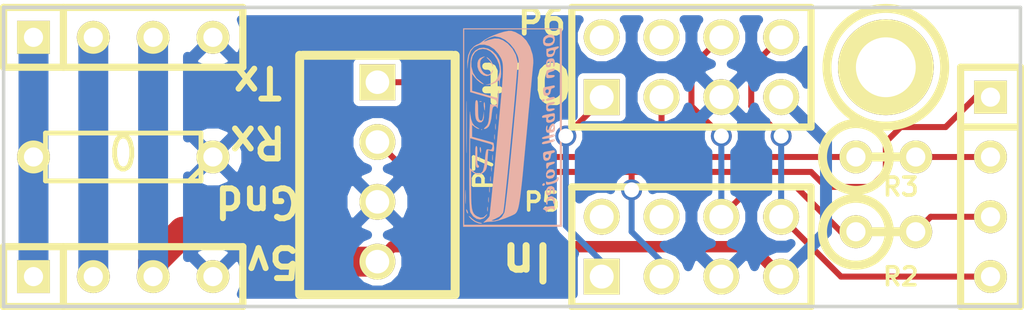
<source format=kicad_pcb>
(kicad_pcb (version 3) (host pcbnew "(2013-07-07 BZR 4022)-stable")

  (general
    (links 23)
    (no_connects 0)
    (area 159.613599 169.773599 203.606401 183.286401)
    (thickness 1.6)
    (drawings 10)
    (tracks 62)
    (zones 0)
    (modules 11)
    (nets 12)
  )

  (page A3)
  (layers
    (15 F.Cu signal)
    (0 B.Cu signal)
    (16 B.Adhes user)
    (17 F.Adhes user)
    (18 B.Paste user)
    (19 F.Paste user)
    (20 B.SilkS user)
    (21 F.SilkS user)
    (22 B.Mask user)
    (23 F.Mask user)
    (24 Dwgs.User user)
    (25 Cmts.User user)
    (26 Eco1.User user)
    (27 Eco2.User user)
    (28 Edge.Cuts user)
  )

  (setup
    (last_trace_width 0.254)
    (user_trace_width 0.4826)
    (user_trace_width 1.27)
    (trace_clearance 0.254)
    (zone_clearance 0.254)
    (zone_45_only no)
    (trace_min 0.254)
    (segment_width 0.2)
    (edge_width 0.15)
    (via_size 0.889)
    (via_drill 0.635)
    (via_min_size 0.889)
    (via_min_drill 0.508)
    (uvia_size 0.508)
    (uvia_drill 0.127)
    (uvias_allowed no)
    (uvia_min_size 0.508)
    (uvia_min_drill 0.127)
    (pcb_text_width 0.3)
    (pcb_text_size 1.5 1.5)
    (mod_edge_width 0.15)
    (mod_text_size 1.5 1.5)
    (mod_text_width 0.15)
    (pad_size 1.4 1.4)
    (pad_drill 0.6)
    (pad_to_mask_clearance 0.2)
    (aux_axis_origin 0 0)
    (visible_elements 7FFFFFFF)
    (pcbplotparams
      (layerselection 3178497)
      (usegerberextensions true)
      (excludeedgelayer true)
      (linewidth 0.150000)
      (plotframeref false)
      (viasonmask false)
      (mode 1)
      (useauxorigin false)
      (hpglpennumber 1)
      (hpglpenspeed 20)
      (hpglpendiameter 15)
      (hpglpenoverlay 2)
      (psnegative false)
      (psa4output false)
      (plotreference true)
      (plotvalue true)
      (plotothertext true)
      (plotinvisibletext false)
      (padsonsilk false)
      (subtractmaskfromsilk false)
      (outputformat 1)
      (mirror false)
      (drillshape 1)
      (scaleselection 1)
      (outputdirectory ""))
  )

  (net 0 "")
  (net 1 +12V1)
  (net 2 +5V)
  (net 3 /FUTURE)
  (net 4 /P0)
  (net 5 /P1)
  (net 6 /P2)
  (net 7 GND)
  (net 8 GNDPWR)
  (net 9 N-000005)
  (net 10 N-000006)
  (net 11 N-000009)

  (net_class Default "This is the default net class."
    (clearance 0.254)
    (trace_width 0.254)
    (via_dia 0.889)
    (via_drill 0.635)
    (uvia_dia 0.508)
    (uvia_drill 0.127)
    (add_net "")
    (add_net +12V1)
    (add_net +5V)
    (add_net /FUTURE)
    (add_net /P0)
    (add_net /P1)
    (add_net /P2)
    (add_net GND)
    (add_net GNDPWR)
    (add_net N-000005)
    (add_net N-000006)
    (add_net N-000009)
  )

  (module SIL-4 (layer F.Cu) (tedit 55B75B26) (tstamp 55B580A8)
    (at 165.1 181.61)
    (descr "Connecteur 4 pibs")
    (tags "CONN DEV")
    (path /55B16234)
    (fp_text reference P2 (at 0 0) (layer F.SilkS) hide
      (effects (font (size 0.762 0.762) (thickness 0.1524)))
    )
    (fp_text value CONN_4 (at 0.635 0) (layer F.SilkS) hide
      (effects (font (size 1.524 1.016) (thickness 0.3048)))
    )
    (fp_line (start -5.08 -1.27) (end -5.08 -1.27) (layer F.SilkS) (width 0.3048))
    (fp_line (start -5.08 1.27) (end -5.08 -1.27) (layer F.SilkS) (width 0.3048))
    (fp_line (start -5.08 -1.27) (end -5.08 -1.27) (layer F.SilkS) (width 0.3048))
    (fp_line (start -5.08 -1.27) (end 5.08 -1.27) (layer F.SilkS) (width 0.3048))
    (fp_line (start 5.08 -1.27) (end 5.08 1.27) (layer F.SilkS) (width 0.3048))
    (fp_line (start 5.08 1.27) (end -5.08 1.27) (layer F.SilkS) (width 0.3048))
    (fp_line (start -2.54 1.27) (end -2.54 -1.27) (layer F.SilkS) (width 0.3048))
    (pad 1 thru_hole rect (at -3.81 0) (size 1.397 1.397) (drill 0.8128)
      (layers *.Cu *.Mask F.SilkS)
      (net 8 GNDPWR)
    )
    (pad 2 thru_hole circle (at -1.27 0) (size 1.397 1.397) (drill 0.8128)
      (layers *.Cu *.Mask F.SilkS)
      (net 1 +12V1)
    )
    (pad 3 thru_hole circle (at 1.27 0) (size 1.397 1.397) (drill 0.8128)
      (layers *.Cu *.Mask F.SilkS)
      (net 2 +5V)
    )
    (pad 4 thru_hole circle (at 3.81 0) (size 1.397 1.397) (drill 0.8128)
      (layers *.Cu *.Mask F.SilkS)
      (net 7 GND)
    )
  )

  (module SIL-4 (layer F.Cu) (tedit 55B75B2B) (tstamp 55B5819F)
    (at 165.1 171.45)
    (descr "Connecteur 4 pibs")
    (tags "CONN DEV")
    (path /55B1623E)
    (fp_text reference P3 (at 0 0) (layer F.SilkS) hide
      (effects (font (size 0.762 0.762) (thickness 0.1524)))
    )
    (fp_text value CONN_4 (at 0 0) (layer F.SilkS) hide
      (effects (font (size 1.524 1.016) (thickness 0.3048)))
    )
    (fp_line (start -5.08 -1.27) (end -5.08 -1.27) (layer F.SilkS) (width 0.3048))
    (fp_line (start -5.08 1.27) (end -5.08 -1.27) (layer F.SilkS) (width 0.3048))
    (fp_line (start -5.08 -1.27) (end -5.08 -1.27) (layer F.SilkS) (width 0.3048))
    (fp_line (start -5.08 -1.27) (end 5.08 -1.27) (layer F.SilkS) (width 0.3048))
    (fp_line (start 5.08 -1.27) (end 5.08 1.27) (layer F.SilkS) (width 0.3048))
    (fp_line (start 5.08 1.27) (end -5.08 1.27) (layer F.SilkS) (width 0.3048))
    (fp_line (start -2.54 1.27) (end -2.54 -1.27) (layer F.SilkS) (width 0.3048))
    (pad 1 thru_hole rect (at -3.81 0) (size 1.397 1.397) (drill 0.8128)
      (layers *.Cu *.Mask F.SilkS)
      (net 8 GNDPWR)
    )
    (pad 2 thru_hole circle (at -1.27 0) (size 1.397 1.397) (drill 0.8128)
      (layers *.Cu *.Mask F.SilkS)
      (net 1 +12V1)
    )
    (pad 3 thru_hole circle (at 1.27 0) (size 1.397 1.397) (drill 0.8128)
      (layers *.Cu *.Mask F.SilkS)
      (net 2 +5V)
    )
    (pad 4 thru_hole circle (at 3.81 0) (size 1.397 1.397) (drill 0.8128)
      (layers *.Cu *.Mask F.SilkS)
      (net 7 GND)
    )
  )

  (module SIL-4 (layer F.Cu) (tedit 55B75A8E) (tstamp 55B58795)
    (at 201.93 177.8 270)
    (descr "Connecteur 4 pibs")
    (tags "CONN DEV")
    (path /55B54C71)
    (fp_text reference P4 (at 0 0 270) (layer F.SilkS) hide
      (effects (font (size 1.73482 1.08712) (thickness 0.27178)))
    )
    (fp_text value CONN_4 (at 0 0 270) (layer F.SilkS) hide
      (effects (font (size 1.524 1.016) (thickness 0.3048)))
    )
    (fp_line (start -5.08 -1.27) (end -5.08 -1.27) (layer F.SilkS) (width 0.3048))
    (fp_line (start -5.08 1.27) (end -5.08 -1.27) (layer F.SilkS) (width 0.3048))
    (fp_line (start -5.08 -1.27) (end -5.08 -1.27) (layer F.SilkS) (width 0.3048))
    (fp_line (start -5.08 -1.27) (end 5.08 -1.27) (layer F.SilkS) (width 0.3048))
    (fp_line (start 5.08 -1.27) (end 5.08 1.27) (layer F.SilkS) (width 0.3048))
    (fp_line (start 5.08 1.27) (end -5.08 1.27) (layer F.SilkS) (width 0.3048))
    (fp_line (start -2.54 1.27) (end -2.54 -1.27) (layer F.SilkS) (width 0.3048))
    (pad 1 thru_hole rect (at -3.81 0 270) (size 1.397 1.397) (drill 0.8128)
      (layers *.Cu *.Mask F.SilkS)
      (net 4 /P0)
    )
    (pad 2 thru_hole circle (at -1.27 0 270) (size 1.397 1.397) (drill 0.8128)
      (layers *.Cu *.Mask F.SilkS)
      (net 5 /P1)
    )
    (pad 3 thru_hole circle (at 1.27 0 270) (size 1.397 1.397) (drill 0.8128)
      (layers *.Cu *.Mask F.SilkS)
      (net 6 /P2)
    )
    (pad 4 thru_hole circle (at 3.81 0 270) (size 1.397 1.397) (drill 0.8128)
      (layers *.Cu *.Mask F.SilkS)
      (net 3 /FUTURE)
    )
  )

  (module R3 (layer F.Cu) (tedit 55B77336) (tstamp 55B580D4)
    (at 165.1 176.53 180)
    (descr "Resitance 3 pas")
    (tags R)
    (path /55B1880D)
    (autoplace_cost180 10)
    (fp_text reference R1 (at 0 0.127 180) (layer F.SilkS) hide
      (effects (font (size 1.397 1.27) (thickness 0.2032)))
    )
    (fp_text value 0 (at 0 0.127 180) (layer F.SilkS)
      (effects (font (size 1.397 1.27) (thickness 0.2032)))
    )
    (fp_line (start -3.81 0) (end -3.302 0) (layer F.SilkS) (width 0.2032))
    (fp_line (start 3.81 0) (end 3.302 0) (layer F.SilkS) (width 0.2032))
    (fp_line (start 3.302 0) (end 3.302 -1.016) (layer F.SilkS) (width 0.2032))
    (fp_line (start 3.302 -1.016) (end -3.302 -1.016) (layer F.SilkS) (width 0.2032))
    (fp_line (start -3.302 -1.016) (end -3.302 1.016) (layer F.SilkS) (width 0.2032))
    (fp_line (start -3.302 1.016) (end 3.302 1.016) (layer F.SilkS) (width 0.2032))
    (fp_line (start 3.302 1.016) (end 3.302 0) (layer F.SilkS) (width 0.2032))
    (fp_line (start -3.302 -0.508) (end -2.794 -1.016) (layer F.SilkS) (width 0.2032))
    (pad 1 thru_hole circle (at -3.81 0 180) (size 1.397 1.397) (drill 0.8128)
      (layers *.Cu *.Mask F.SilkS)
      (net 7 GND)
    )
    (pad 2 thru_hole circle (at 3.81 0 180) (size 1.397 1.397) (drill 0.8128)
      (layers *.Cu *.Mask F.SilkS)
      (net 8 GNDPWR)
    )
    (model discret/resistor.wrl
      (at (xyz 0 0 0))
      (scale (xyz 0.3 0.3 0.3))
      (rotate (xyz 0 0 0))
    )
  )

  (module R1 (layer F.Cu) (tedit 55B75B48) (tstamp 55B580DC)
    (at 197.485 176.53)
    (descr "Resistance verticale")
    (tags R)
    (path /55B57FF4)
    (autoplace_cost90 10)
    (autoplace_cost180 10)
    (fp_text reference R3 (at 0.635 1.27) (layer F.SilkS)
      (effects (font (size 0.762 0.762) (thickness 0.1524)))
    )
    (fp_text value 480 (at 0 0) (layer F.SilkS) hide
      (effects (font (size 1.397 1.27) (thickness 0.2032)))
    )
    (fp_line (start -1.27 0) (end 1.27 0) (layer F.SilkS) (width 0.381))
    (fp_circle (center -1.27 0) (end -0.635 1.27) (layer F.SilkS) (width 0.381))
    (pad 1 thru_hole circle (at -1.27 0) (size 1.397 1.397) (drill 0.8128)
      (layers *.Cu *.Mask F.SilkS)
      (net 11 N-000009)
    )
    (pad 2 thru_hole circle (at 1.27 0) (size 1.397 1.397) (drill 0.8128)
      (layers *.Cu *.Mask F.SilkS)
      (net 5 /P1)
    )
    (model discret/verti_resistor.wrl
      (at (xyz 0 0 0))
      (scale (xyz 1 1 1))
      (rotate (xyz 0 0 0))
    )
  )

  (module R1 (layer F.Cu) (tedit 55B75B39) (tstamp 55B580E4)
    (at 197.485 179.705)
    (descr "Resistance verticale")
    (tags R)
    (path /55B58106)
    (autoplace_cost90 10)
    (autoplace_cost180 10)
    (fp_text reference R2 (at 0.635 1.905) (layer F.SilkS)
      (effects (font (size 0.762 0.762) (thickness 0.1524)))
    )
    (fp_text value 480 (at 0 0) (layer F.SilkS) hide
      (effects (font (size 1.397 1.27) (thickness 0.2032)))
    )
    (fp_line (start -1.27 0) (end 1.27 0) (layer F.SilkS) (width 0.381))
    (fp_circle (center -1.27 0) (end -0.635 1.27) (layer F.SilkS) (width 0.381))
    (pad 1 thru_hole circle (at -1.27 0) (size 1.397 1.397) (drill 0.8128)
      (layers *.Cu *.Mask F.SilkS)
      (net 9 N-000005)
    )
    (pad 2 thru_hole circle (at 1.27 0) (size 1.397 1.397) (drill 0.8128)
      (layers *.Cu *.Mask F.SilkS)
      (net 6 /P2)
    )
    (model discret/verti_resistor.wrl
      (at (xyz 0 0 0))
      (scale (xyz 1 1 1))
      (rotate (xyz 0 0 0))
    )
  )

  (module pin_array_4x2 (layer F.Cu) (tedit 55B75A93) (tstamp 55B580F4)
    (at 189.23 180.34)
    (descr "Double rangee de contacts 2 x 4 pins")
    (tags CONN)
    (path /55B57AA8)
    (fp_text reference P5 (at -6.35 -1.905) (layer F.SilkS)
      (effects (font (size 0.762 0.762) (thickness 0.1524)))
    )
    (fp_text value CONN_4X2 (at 0.635 0) (layer F.SilkS) hide
      (effects (font (size 1.016 1.016) (thickness 0.2032)))
    )
    (fp_line (start -5.08 -2.54) (end 5.08 -2.54) (layer F.SilkS) (width 0.3048))
    (fp_line (start 5.08 -2.54) (end 5.08 2.54) (layer F.SilkS) (width 0.3048))
    (fp_line (start 5.08 2.54) (end -5.08 2.54) (layer F.SilkS) (width 0.3048))
    (fp_line (start -5.08 2.54) (end -5.08 -2.54) (layer F.SilkS) (width 0.3048))
    (pad 1 thru_hole rect (at -3.81 1.27) (size 1.524 1.524) (drill 1.016)
      (layers *.Cu *.Mask F.SilkS)
      (net 10 N-000006)
    )
    (pad 2 thru_hole circle (at -3.81 -1.27) (size 1.524 1.524) (drill 1.016)
      (layers *.Cu *.Mask F.SilkS)
    )
    (pad 3 thru_hole circle (at -1.27 1.27) (size 1.524 1.524) (drill 1.016)
      (layers *.Cu *.Mask F.SilkS)
      (net 4 /P0)
    )
    (pad 4 thru_hole circle (at -1.27 -1.27) (size 1.524 1.524) (drill 1.016)
      (layers *.Cu *.Mask F.SilkS)
    )
    (pad 5 thru_hole circle (at 1.27 1.27) (size 1.524 1.524) (drill 1.016)
      (layers *.Cu *.Mask F.SilkS)
      (net 7 GND)
    )
    (pad 6 thru_hole circle (at 1.27 -1.27) (size 1.524 1.524) (drill 1.016)
      (layers *.Cu *.Mask F.SilkS)
      (net 9 N-000005)
    )
    (pad 7 thru_hole circle (at 3.81 1.27) (size 1.524 1.524) (drill 1.016)
      (layers *.Cu *.Mask F.SilkS)
      (net 2 +5V)
    )
    (pad 8 thru_hole circle (at 3.81 -1.27) (size 1.524 1.524) (drill 1.016)
      (layers *.Cu *.Mask F.SilkS)
      (net 3 /FUTURE)
    )
    (model pin_array/pins_array_4x2.wrl
      (at (xyz 0 0 0))
      (scale (xyz 1 1 1))
      (rotate (xyz 0 0 0))
    )
  )

  (module pin_array_4x2 (layer F.Cu) (tedit 55B587E4) (tstamp 55B58104)
    (at 189.23 172.72)
    (descr "Double rangee de contacts 2 x 4 pins")
    (tags CONN)
    (path /55B57AB5)
    (fp_text reference P6 (at -6.35 -1.905) (layer F.SilkS)
      (effects (font (size 1.016 1.016) (thickness 0.2032)))
    )
    (fp_text value CONN_4X2 (at 0 3.81) (layer F.SilkS) hide
      (effects (font (size 1.016 1.016) (thickness 0.2032)))
    )
    (fp_line (start -5.08 -2.54) (end 5.08 -2.54) (layer F.SilkS) (width 0.3048))
    (fp_line (start 5.08 -2.54) (end 5.08 2.54) (layer F.SilkS) (width 0.3048))
    (fp_line (start 5.08 2.54) (end -5.08 2.54) (layer F.SilkS) (width 0.3048))
    (fp_line (start -5.08 2.54) (end -5.08 -2.54) (layer F.SilkS) (width 0.3048))
    (pad 1 thru_hole rect (at -3.81 1.27) (size 1.524 1.524) (drill 1.016)
      (layers *.Cu *.Mask F.SilkS)
      (net 10 N-000006)
    )
    (pad 2 thru_hole circle (at -3.81 -1.27) (size 1.524 1.524) (drill 1.016)
      (layers *.Cu *.Mask F.SilkS)
    )
    (pad 3 thru_hole circle (at -1.27 1.27) (size 1.524 1.524) (drill 1.016)
      (layers *.Cu *.Mask F.SilkS)
      (net 11 N-000009)
    )
    (pad 4 thru_hole circle (at -1.27 -1.27) (size 1.524 1.524) (drill 1.016)
      (layers *.Cu *.Mask F.SilkS)
    )
    (pad 5 thru_hole circle (at 1.27 1.27) (size 1.524 1.524) (drill 1.016)
      (layers *.Cu *.Mask F.SilkS)
      (net 7 GND)
    )
    (pad 6 thru_hole circle (at 1.27 -1.27) (size 1.524 1.524) (drill 1.016)
      (layers *.Cu *.Mask F.SilkS)
      (net 9 N-000005)
    )
    (pad 7 thru_hole circle (at 3.81 1.27) (size 1.524 1.524) (drill 1.016)
      (layers *.Cu *.Mask F.SilkS)
      (net 2 +5V)
    )
    (pad 8 thru_hole circle (at 3.81 -1.27) (size 1.524 1.524) (drill 1.016)
      (layers *.Cu *.Mask F.SilkS)
      (net 3 /FUTURE)
    )
    (model pin_array/pins_array_4x2.wrl
      (at (xyz 0 0 0))
      (scale (xyz 1 1 1))
      (rotate (xyz 0 0 0))
    )
  )

  (module 00_th1x4x100-lock (layer F.Cu) (tedit 55B587B4) (tstamp 55B58110)
    (at 175.895 177.165 270)
    (path /55B5821F)
    (fp_text reference P7 (at 0 -4.50088 270) (layer F.SilkS)
      (effects (font (size 0.762 0.762) (thickness 0.1524)))
    )
    (fp_text value CONN_4 (at 0 2.54 270) (layer F.SilkS) hide
      (effects (font (size 1.524 1.524) (thickness 0.3048)))
    )
    (fp_line (start -4.953 3.302) (end 5.207 3.302) (layer F.SilkS) (width 0.381))
    (fp_line (start -4.953 -3.302) (end 5.207 -3.302) (layer F.SilkS) (width 0.381))
    (fp_line (start 5.207 -3.175) (end 5.207 3.175) (layer F.SilkS) (width 0.381))
    (fp_line (start -4.953 3.175) (end -4.953 -3.175) (layer F.SilkS) (width 0.381))
    (pad 1 thru_hole rect (at -3.81 0 270) (size 1.524 1.524) (drill 1.00076)
      (layers *.Cu *.Mask F.SilkS)
      (net 11 N-000009)
    )
    (pad 2 thru_hole circle (at -1.27 0 270) (size 1.524 1.524) (drill 1.00076)
      (layers *.Cu *.Mask F.SilkS)
      (net 4 /P0)
    )
    (pad 3 thru_hole circle (at 1.27 0 270) (size 1.524 1.524) (drill 1.00076)
      (layers *.Cu *.Mask F.SilkS)
      (net 7 GND)
    )
    (pad 4 thru_hole circle (at 3.81 0 270) (size 1.524 1.524) (drill 1.00076)
      (layers *.Cu *.Mask F.SilkS)
      (net 2 +5V)
    )
  )

  (module 00_mtg_hole-2-56 (layer F.Cu) (tedit 55B75B3E) (tstamp 55B58116)
    (at 197.485 172.72 180)
    (descr "module 1 pin (ou trou mecanique de percage)")
    (tags DEV)
    (path /55B18CB8)
    (fp_text reference P1 (at 0 -3.81 180) (layer F.SilkS) hide
      (effects (font (size 1.016 1.016) (thickness 0.254)))
    )
    (fp_text value TST (at 0 0 180) (layer F.SilkS) hide
      (effects (font (size 1.016 1.016) (thickness 0.254)))
    )
    (fp_circle (center 0 0) (end -2.49936 0) (layer F.SilkS) (width 0.381))
    (pad 1 thru_hole circle (at 0 0 180) (size 4.064 4.064) (drill 2.54)
      (layers *.Cu *.Mask F.SilkS)
    )
  )

  (module opp_logo_backsilk (layer F.Cu) (tedit 0) (tstamp 55B82FBA)
    (at 181.61 175.26 90)
    (fp_text reference VAL (at 0 0 90) (layer F.SilkS) hide
      (effects (font (size 0.381 0.381) (thickness 0.127)))
    )
    (fp_text value REF (at 0 0 90) (layer F.SilkS) hide
      (effects (font (size 0.381 0.381) (thickness 0.127)))
    )
    (fp_poly (pts (xy -4.23418 2.11836) (xy -4.15036 2.11836) (xy -4.15036 2.032) (xy -4.15036 0)
      (xy -4.15036 -2.032) (xy 0 -2.032) (xy 4.15036 -2.032) (xy 4.15036 0)
      (xy 4.15036 2.032) (xy 0 2.032) (xy -4.15036 2.032) (xy -4.15036 2.11836)
      (xy -0.02286 2.11836) (xy 4.191 2.11836) (xy 4.191 0.02286) (xy 4.191 -2.07518)
      (xy -0.02286 -2.07518) (xy -4.23418 -2.07518) (xy -4.23418 0.02286) (xy -4.23418 2.11836)
      (xy -4.23418 2.11836)) (layer B.SilkS) (width 0.00254))
    (fp_poly (pts (xy 2.9718 1.55448) (xy 2.9845 1.69164) (xy 3.05816 1.78562) (xy 3.09118 1.79578)
      (xy 3.09118 1.62306) (xy 3.10642 1.55194) (xy 3.1496 1.524) (xy 3.21564 1.5621)
      (xy 3.25374 1.65862) (xy 3.26136 1.71958) (xy 3.2512 1.77038) (xy 3.21056 1.77038)
      (xy 3.15722 1.7526) (xy 3.10896 1.7018) (xy 3.09118 1.62306) (xy 3.09118 1.79578)
      (xy 3.17246 1.82118) (xy 3.27406 1.84404) (xy 3.3147 1.905) (xy 3.35026 1.96596)
      (xy 3.39598 1.9939) (xy 3.42646 1.97612) (xy 3.429 1.95834) (xy 3.41884 1.90246)
      (xy 3.39344 1.79324) (xy 3.37312 1.69418) (xy 3.31724 1.4605) (xy 3.15214 1.4605)
      (xy 3.04038 1.46812) (xy 2.98704 1.50114) (xy 2.9718 1.55448) (xy 2.9718 1.55448)) (layer B.SilkS) (width 0.00254))
    (fp_poly (pts (xy -2.4511 1.4859) (xy -2.4384 1.57988) (xy -2.43586 1.6002) (xy -2.37998 1.80848)
      (xy -2.2987 1.93802) (xy -2.21234 1.98374) (xy -2.13868 1.97866) (xy -2.11836 1.9558)
      (xy -2.15138 1.91262) (xy -2.19202 1.89484) (xy -2.24536 1.84912) (xy -2.29362 1.7526)
      (xy -2.32664 1.64084) (xy -2.33934 1.5367) (xy -2.32156 1.4732) (xy -2.3114 1.46558)
      (xy -2.3114 1.45034) (xy -2.36474 1.44272) (xy -2.42824 1.4478) (xy -2.4511 1.4859)
      (xy -2.4511 1.4859)) (layer B.SilkS) (width 0.00254))
    (fp_poly (pts (xy 3.43662 1.4605) (xy 3.43916 1.59004) (xy 3.48996 1.71704) (xy 3.49504 1.7272)
      (xy 3.556 1.77292) (xy 3.556 1.54432) (xy 3.5687 1.44018) (xy 3.6068 1.40208)
      (xy 3.6322 1.397) (xy 3.74142 1.4351) (xy 3.80238 1.53416) (xy 3.81 1.61544)
      (xy 3.7846 1.71958) (xy 3.71348 1.75514) (xy 3.62966 1.72974) (xy 3.57124 1.651)
      (xy 3.556 1.54432) (xy 3.556 1.77292) (xy 3.58648 1.79578) (xy 3.71348 1.82372)
      (xy 3.83286 1.8034) (xy 3.8862 1.77038) (xy 3.92938 1.6764) (xy 3.92176 1.5494)
      (xy 3.87096 1.42748) (xy 3.79476 1.3462) (xy 3.6957 1.31572) (xy 3.57886 1.3208)
      (xy 3.48742 1.3589) (xy 3.4798 1.36398) (xy 3.43662 1.4605) (xy 3.43662 1.4605)) (layer B.SilkS) (width 0.00254))
    (fp_poly (pts (xy 2.54 1.54432) (xy 2.5527 1.62052) (xy 2.60858 1.64846) (xy 2.62636 1.64846)
      (xy 2.62636 1.54178) (xy 2.65684 1.49098) (xy 2.69494 1.49098) (xy 2.76606 1.52654)
      (xy 2.7813 1.5748) (xy 2.73812 1.60782) (xy 2.71272 1.61036) (xy 2.6416 1.58242)
      (xy 2.62636 1.54178) (xy 2.62636 1.64846) (xy 2.67208 1.651) (xy 2.76606 1.66624)
      (xy 2.78384 1.70434) (xy 2.73304 1.74244) (xy 2.65176 1.75006) (xy 2.5781 1.75514)
      (xy 2.56286 1.78054) (xy 2.62636 1.8161) (xy 2.7305 1.82118) (xy 2.83464 1.8034)
      (xy 2.90322 1.76276) (xy 2.9083 1.7526) (xy 2.91592 1.6637) (xy 2.8956 1.57226)
      (xy 2.84988 1.49352) (xy 2.76606 1.45796) (xy 2.70002 1.4478) (xy 2.59588 1.44526)
      (xy 2.55016 1.47066) (xy 2.54 1.5367) (xy 2.54 1.54432) (xy 2.54 1.54432)) (layer B.SilkS) (width 0.00254))
    (fp_poly (pts (xy 2.07518 1.5367) (xy 2.09042 1.6764) (xy 2.12598 1.778) (xy 2.17424 1.82118)
      (xy 2.17678 1.82118) (xy 2.2098 1.78308) (xy 2.2098 1.67386) (xy 2.20726 1.56972)
      (xy 2.2352 1.52908) (xy 2.25806 1.524) (xy 2.31648 1.56464) (xy 2.35204 1.67386)
      (xy 2.39014 1.778) (xy 2.44094 1.82118) (xy 2.44348 1.82118) (xy 2.48666 1.7907)
      (xy 2.48412 1.74752) (xy 2.45872 1.64846) (xy 2.44094 1.56464) (xy 2.41046 1.49098)
      (xy 2.35204 1.45796) (xy 2.24536 1.4478) (xy 2.13614 1.4478) (xy 2.08788 1.4732)
      (xy 2.07518 1.53162) (xy 2.07518 1.5367) (xy 2.07518 1.5367)) (layer B.SilkS) (width 0.00254))
    (fp_poly (pts (xy 1.3208 1.43764) (xy 1.34112 1.54686) (xy 1.42748 1.6256) (xy 1.44018 1.6256)
      (xy 1.44018 1.47828) (xy 1.46558 1.41732) (xy 1.524 1.40716) (xy 1.58242 1.44526)
      (xy 1.60274 1.49352) (xy 1.58496 1.55448) (xy 1.52908 1.56718) (xy 1.45542 1.53924)
      (xy 1.44018 1.47828) (xy 1.44018 1.6256) (xy 1.55448 1.651) (xy 1.63322 1.6764)
      (xy 1.651 1.73736) (xy 1.68148 1.80594) (xy 1.71958 1.82118) (xy 1.76784 1.79832)
      (xy 1.76276 1.7272) (xy 1.73736 1.62052) (xy 1.71196 1.4859) (xy 1.70942 1.47066)
      (xy 1.6891 1.36906) (xy 1.651 1.32334) (xy 1.56972 1.31826) (xy 1.50876 1.3208)
      (xy 1.39446 1.33858) (xy 1.33858 1.37414) (xy 1.3208 1.43764) (xy 1.3208 1.43764)) (layer B.SilkS) (width 0.00254))
    (fp_poly (pts (xy 1.11506 1.47066) (xy 1.1176 1.51384) (xy 1.14554 1.6129) (xy 1.1684 1.70434)
      (xy 1.20396 1.78816) (xy 1.24714 1.82118) (xy 1.27762 1.80086) (xy 1.27762 1.73228)
      (xy 1.2573 1.63068) (xy 1.21666 1.50876) (xy 1.17094 1.44526) (xy 1.1557 1.44018)
      (xy 1.11506 1.47066) (xy 1.11506 1.47066)) (layer B.SilkS) (width 0.00254))
    (fp_poly (pts (xy 0.66802 1.61036) (xy 0.6858 1.68402) (xy 0.72898 1.7907) (xy 0.76962 1.82118)
      (xy 0.79502 1.778) (xy 0.7874 1.67386) (xy 0.7747 1.5748) (xy 0.79502 1.53162)
      (xy 0.84074 1.524) (xy 0.90424 1.55194) (xy 0.94488 1.64338) (xy 0.94996 1.67386)
      (xy 0.98298 1.77038) (xy 1.02616 1.81864) (xy 1.03378 1.82118) (xy 1.06426 1.8034)
      (xy 1.0668 1.7399) (xy 1.04648 1.63576) (xy 1.016 1.52146) (xy 0.9779 1.46558)
      (xy 0.90424 1.45034) (xy 0.84582 1.4478) (xy 0.7239 1.4605) (xy 0.67056 1.50876)
      (xy 0.66802 1.61036) (xy 0.66802 1.61036)) (layer B.SilkS) (width 0.00254))
    (fp_poly (pts (xy 0.18034 1.52908) (xy 0.19558 1.64846) (xy 0.21336 1.69418) (xy 0.25908 1.778)
      (xy 0.29718 1.79832) (xy 0.29718 1.59766) (xy 0.32004 1.53416) (xy 0.3683 1.52908)
      (xy 0.42418 1.57226) (xy 0.4572 1.65354) (xy 0.45974 1.6637) (xy 0.45466 1.75514)
      (xy 0.41148 1.77292) (xy 0.34798 1.7272) (xy 0.3048 1.64338) (xy 0.29718 1.59766)
      (xy 0.29718 1.79832) (xy 0.32512 1.81356) (xy 0.43434 1.82118) (xy 0.54356 1.81864)
      (xy 0.58674 1.79324) (xy 0.5842 1.73228) (xy 0.57404 1.68402) (xy 0.5461 1.5367)
      (xy 0.5207 1.4097) (xy 0.48768 1.3081) (xy 0.43434 1.27) (xy 0.39116 1.2954)
      (xy 0.39878 1.3716) (xy 0.4064 1.44272) (xy 0.36322 1.45796) (xy 0.3175 1.45034)
      (xy 0.22352 1.4605) (xy 0.18034 1.52908) (xy 0.18034 1.52908)) (layer B.SilkS) (width 0.00254))
    (fp_poly (pts (xy -0.24384 1.5494) (xy -0.23368 1.65608) (xy -0.23114 1.67132) (xy -0.20574 1.77038)
      (xy -0.15748 1.81102) (xy -0.12192 1.81356) (xy -0.12192 1.69164) (xy -0.11684 1.67132)
      (xy -0.05588 1.65862) (xy 0.0127 1.68656) (xy 0.04318 1.73482) (xy 0.01778 1.77546)
      (xy -0.06096 1.75006) (xy -0.08382 1.73736) (xy -0.12192 1.69164) (xy -0.12192 1.81356)
      (xy -0.06096 1.82118) (xy -0.04064 1.82118) (xy 0.07366 1.80848) (xy 0.14478 1.78054)
      (xy 0.1524 1.77292) (xy 0.14478 1.7145) (xy 0.0889 1.64592) (xy 0.00508 1.59004)
      (xy -0.06858 1.56718) (xy -0.12192 1.53924) (xy -0.127 1.52146) (xy -0.09144 1.49352)
      (xy -0.01778 1.50114) (xy 0.05842 1.50876) (xy 0.06604 1.48336) (xy 0.00508 1.45034)
      (xy -0.09652 1.44018) (xy -0.1905 1.45542) (xy -0.23368 1.48082) (xy -0.24384 1.5494)
      (xy -0.24384 1.5494)) (layer B.SilkS) (width 0.00254))
    (fp_poly (pts (xy -0.50546 1.35382) (xy -0.48768 1.47574) (xy -0.45974 1.60528) (xy -0.4191 1.73736)
      (xy -0.37338 1.81102) (xy -0.35306 1.82118) (xy -0.31496 1.79324) (xy -0.32258 1.70434)
      (xy -0.37084 1.4986) (xy -0.40894 1.36652) (xy -0.43942 1.29286) (xy -0.46736 1.27)
      (xy -0.46736 1.27) (xy -0.49784 1.29032) (xy -0.50546 1.35382) (xy -0.50546 1.35382)) (layer B.SilkS) (width 0.00254))
    (fp_poly (pts (xy -0.7239 1.3462) (xy -0.70358 1.46304) (xy -0.6858 1.54686) (xy -0.63754 1.70688)
      (xy -0.59182 1.80086) (xy -0.56134 1.82118) (xy -0.5207 1.7907) (xy -0.52578 1.74752)
      (xy -0.54864 1.651) (xy -0.57404 1.54686) (xy -0.60706 1.397) (xy -0.635 1.31318)
      (xy -0.66548 1.27762) (xy -0.69596 1.27) (xy -0.72136 1.28778) (xy -0.7239 1.3462)
      (xy -0.7239 1.3462)) (layer B.SilkS) (width 0.00254))
    (fp_poly (pts (xy -1.43256 1.43764) (xy -1.41224 1.54686) (xy -1.32588 1.6256) (xy -1.31318 1.62814)
      (xy -1.31318 1.47828) (xy -1.28524 1.41732) (xy -1.22936 1.40716) (xy -1.17094 1.44526)
      (xy -1.15062 1.49352) (xy -1.16586 1.55448) (xy -1.22428 1.56718) (xy -1.29794 1.53924)
      (xy -1.31318 1.47828) (xy -1.31318 1.62814) (xy -1.19888 1.651) (xy -1.12014 1.6764)
      (xy -1.10236 1.73736) (xy -1.07188 1.80594) (xy -1.03378 1.82118) (xy -0.98552 1.79832)
      (xy -0.98806 1.7272) (xy -1.01092 1.62052) (xy -1.03632 1.4859) (xy -1.03886 1.47066)
      (xy -1.06172 1.36906) (xy -1.10236 1.32334) (xy -1.18364 1.31826) (xy -1.2446 1.3208)
      (xy -1.3589 1.33858) (xy -1.41224 1.37414) (xy -1.43256 1.43764) (xy -1.43256 1.43764)) (layer B.SilkS) (width 0.00254))
    (fp_poly (pts (xy -1.778 1.48336) (xy -1.74244 1.51892) (xy -1.69926 1.5367) (xy -1.62814 1.59258)
      (xy -1.59004 1.6891) (xy -1.55448 1.78054) (xy -1.50622 1.82118) (xy -1.50368 1.82118)
      (xy -1.47066 1.80086) (xy -1.4732 1.72974) (xy -1.4859 1.6637) (xy -1.50876 1.55194)
      (xy -1.52146 1.48082) (xy -1.524 1.47574) (xy -1.55956 1.45542) (xy -1.6383 1.45034)
      (xy -1.72466 1.45796) (xy -1.77546 1.47828) (xy -1.778 1.48336) (xy -1.778 1.48336)) (layer B.SilkS) (width 0.00254))
    (fp_poly (pts (xy -2.19456 1.59512) (xy -2.1717 1.71196) (xy -2.16154 1.73482) (xy -2.08788 1.80086)
      (xy -2.06756 1.8034) (xy -2.06756 1.6129) (xy -2.06502 1.51384) (xy -2.03454 1.48844)
      (xy -2.02692 1.49098) (xy -1.94564 1.55448) (xy -1.91262 1.65608) (xy -1.92024 1.71196)
      (xy -1.96342 1.77038) (xy -2.01422 1.75514) (xy -2.05486 1.67894) (xy -2.06756 1.6129)
      (xy -2.06756 1.8034) (xy -1.9812 1.82626) (xy -1.87706 1.81102) (xy -1.80848 1.75514)
      (xy -1.80086 1.73736) (xy -1.79324 1.60274) (xy -1.85166 1.50114) (xy -1.96596 1.44526)
      (xy -2.10312 1.4478) (xy -2.16916 1.49606) (xy -2.19456 1.59512) (xy -2.19456 1.59512)) (layer B.SilkS) (width 0.00254))
    (fp_poly (pts (xy -2.90322 1.59512) (xy -2.84226 1.64084) (xy -2.794 1.64592) (xy -2.794 1.54178)
      (xy -2.76352 1.49098) (xy -2.72288 1.49098) (xy -2.6543 1.52654) (xy -2.63652 1.5748)
      (xy -2.6797 1.60782) (xy -2.7051 1.61036) (xy -2.77876 1.58242) (xy -2.794 1.54178)
      (xy -2.794 1.64592) (xy -2.74574 1.651) (xy -2.6543 1.66624) (xy -2.63652 1.70434)
      (xy -2.68732 1.74244) (xy -2.7686 1.75006) (xy -2.84226 1.75514) (xy -2.8575 1.78054)
      (xy -2.794 1.81356) (xy -2.6924 1.81864) (xy -2.59334 1.79832) (xy -2.55016 1.77038)
      (xy -2.5019 1.67132) (xy -2.52476 1.55956) (xy -2.5654 1.50622) (xy -2.6543 1.45542)
      (xy -2.76352 1.44272) (xy -2.8575 1.46558) (xy -2.8956 1.50876) (xy -2.90322 1.59512)
      (xy -2.90322 1.59512)) (layer B.SilkS) (width 0.00254))
    (fp_poly (pts (xy -3.302 1.48336) (xy -3.26898 1.5113) (xy -3.22326 1.50622) (xy -3.13436 1.51384)
      (xy -3.07086 1.57988) (xy -3.05562 1.67894) (xy -3.05816 1.68148) (xy -3.10642 1.74244)
      (xy -3.16738 1.74752) (xy -3.2385 1.75514) (xy -3.26136 1.78054) (xy -3.2258 1.81356)
      (xy -3.14452 1.82118) (xy -3.05054 1.8034) (xy -2.9718 1.7653) (xy -2.96164 1.7526)
      (xy -2.93116 1.66116) (xy -2.96418 1.56464) (xy -3.05054 1.4859) (xy -3.16738 1.4478)
      (xy -3.2639 1.45288) (xy -3.302 1.48336) (xy -3.302 1.48336)) (layer B.SilkS) (width 0.00254))
    (fp_poly (pts (xy -3.62966 1.45034) (xy -3.59664 1.4732) (xy -3.57378 1.48082) (xy -3.49758 1.54686)
      (xy -3.45948 1.64084) (xy -3.46964 1.73228) (xy -3.51028 1.778) (xy -3.5433 1.80594)
      (xy -3.50266 1.81864) (xy -3.45948 1.81864) (xy -3.38582 1.8161) (xy -3.35534 1.78308)
      (xy -3.35534 1.69926) (xy -3.36042 1.64084) (xy -3.38836 1.4605) (xy -3.429 1.34874)
      (xy -3.47726 1.31318) (xy -3.51028 1.34874) (xy -3.51536 1.37668) (xy -3.54838 1.43256)
      (xy -3.58902 1.44272) (xy -3.62966 1.45034) (xy -3.62966 1.45034)) (layer B.SilkS) (width 0.00254))
    (fp_poly (pts (xy 1.07188 1.2954) (xy 1.0795 1.3462) (xy 1.13538 1.38938) (xy 1.17856 1.36906)
      (xy 1.18618 1.33858) (xy 1.15316 1.28016) (xy 1.12014 1.27) (xy 1.07188 1.2954)
      (xy 1.07188 1.2954)) (layer B.SilkS) (width 0.00254))
    (fp_poly (pts (xy -2.49936 1.33096) (xy -2.4638 1.38938) (xy -2.43078 1.397) (xy -2.38252 1.37414)
      (xy -2.37998 1.34874) (xy -2.42316 1.29286) (xy -2.47396 1.28524) (xy -2.49936 1.33096)
      (xy -2.49936 1.33096)) (layer B.SilkS) (width 0.00254))
    (fp_poly (pts (xy -4.05892 -1.21158) (xy -4.05384 -1.17094) (xy -4.04368 -1.143) (xy -4.02336 -1.03124)
      (xy -4.01574 -0.889) (xy -4.01574 -0.8636) (xy -4.0005 -0.71628) (xy -3.97764 -0.6223)
      (xy -3.97764 -0.78232) (xy -3.97256 -0.85852) (xy -3.9624 -0.86614) (xy -3.93446 -0.80264)
      (xy -3.9116 -0.74422) (xy -3.80238 -0.53086) (xy -3.6576 -0.39116) (xy -3.62966 -0.37592)
      (xy -3.57378 -0.36322) (xy -3.4417 -0.34544) (xy -3.24104 -0.32004) (xy -2.97942 -0.2921)
      (xy -2.667 -0.25908) (xy -2.3114 -0.22098) (xy -1.9177 -0.18034) (xy -1.4986 -0.1397)
      (xy -1.05918 -0.09652) (xy -0.6096 -0.05334) (xy -0.15494 -0.01016) (xy 0.29718 0.03302)
      (xy 0.73406 0.07366) (xy 1.14808 0.11176) (xy 1.53416 0.14478) (xy 1.88468 0.17526)
      (xy 2.18694 0.20066) (xy 2.4384 0.21844) (xy 2.62636 0.23114) (xy 2.74574 0.23622)
      (xy 2.7813 0.23622) (xy 3.06578 0.16256) (xy 3.32486 0.02032) (xy 3.5433 -0.1778)
      (xy 3.68808 -0.38862) (xy 3.75158 -0.5588) (xy 3.76174 -0.73406) (xy 3.71602 -0.93726)
      (xy 3.68554 -1.02616) (xy 3.64236 -1.14554) (xy 3.63474 -1.1938) (xy 3.6576 -1.17856)
      (xy 3.66776 -1.16332) (xy 3.7465 -1.0414) (xy 3.81 -0.89916) (xy 3.8481 -0.77216)
      (xy 3.85318 -0.73152) (xy 3.81254 -0.508) (xy 3.70078 -0.28702) (xy 3.5306 -0.08382)
      (xy 3.31216 0.09398) (xy 3.0607 0.22352) (xy 2.96418 0.25654) (xy 2.91592 0.26924)
      (xy 2.8575 0.2794) (xy 2.7813 0.28448) (xy 2.68478 0.28448) (xy 2.56032 0.28194)
      (xy 2.4003 0.27432) (xy 2.20218 0.26162) (xy 1.9558 0.24384) (xy 1.65862 0.21844)
      (xy 1.30556 0.18796) (xy 0.88646 0.14986) (xy 0.40132 0.10414) (xy -0.16256 0.05334)
      (xy -0.508 0.02032) (xy -1.16332 -0.04318) (xy -1.74498 -0.1016) (xy -2.25044 -0.1524)
      (xy -2.68224 -0.19812) (xy -3.0353 -0.23876) (xy -3.30962 -0.27178) (xy -3.5052 -0.29972)
      (xy -3.61696 -0.32004) (xy -3.63474 -0.32512) (xy -3.80746 -0.42672) (xy -3.92684 -0.57404)
      (xy -3.9751 -0.7493) (xy -3.97764 -0.78232) (xy -3.97764 -0.6223) (xy -3.9497 -0.51816)
      (xy -3.8735 -0.28702) (xy -3.77444 -0.04572) (xy -3.73888 0.03048) (xy -3.71348 0.08128)
      (xy -3.68808 0.127) (xy -3.64998 0.16764) (xy -3.60172 0.2032) (xy -3.5306 0.23622)
      (xy -3.43662 0.2667) (xy -3.30962 0.29464) (xy -3.14706 0.32258) (xy -2.93878 0.35306)
      (xy -2.68478 0.38354) (xy -2.3749 0.4191) (xy -2.00406 0.4572) (xy -1.56718 0.49784)
      (xy -1.05918 0.5461) (xy -0.47244 0.60198) (xy -0.381 0.61214) (xy 0.1143 0.65786)
      (xy 0.58674 0.70104) (xy 1.03124 0.74422) (xy 1.43764 0.78232) (xy 1.80086 0.81788)
      (xy 2.11328 0.84582) (xy 2.36982 0.87122) (xy 2.55778 0.889) (xy 2.67716 0.89916)
      (xy 2.71018 0.90424) (xy 2.83972 0.90424) (xy 3.00228 0.88646) (xy 3.09118 0.87122)
      (xy 3.40868 0.76708) (xy 3.67538 0.60706) (xy 3.8862 0.39878) (xy 4.03098 0.14478)
      (xy 4.08432 -0.02794) (xy 4.08432 -0.1524) (xy 4.04876 -0.33274) (xy 3.9878 -0.54102)
      (xy 3.90652 -0.75946) (xy 3.81508 -0.96774) (xy 3.71602 -1.143) (xy 3.67792 -1.20142)
      (xy 3.59156 -1.31826) (xy 3.53314 -1.4097) (xy 3.51536 -1.45288) (xy 3.4925 -1.50876)
      (xy 3.43662 -1.6002) (xy 3.42392 -1.61798) (xy 3.26898 -1.7653) (xy 3.05562 -1.85928)
      (xy 2.79908 -1.89738) (xy 2.7305 -1.89738) (xy 2.4765 -1.8923) (xy 2.77368 -1.86436)
      (xy 3.04038 -1.82118) (xy 3.23596 -1.74498) (xy 3.37312 -1.63068) (xy 3.40614 -1.5875)
      (xy 3.4925 -1.3843) (xy 3.50012 -1.17094) (xy 3.43916 -0.95758) (xy 3.30708 -0.75692)
      (xy 3.11404 -0.5842) (xy 3.03276 -0.53086) (xy 2.96926 -0.49276) (xy 2.9083 -0.45974)
      (xy 2.8448 -0.43434) (xy 2.77368 -0.41148) (xy 2.68732 -0.39624) (xy 2.58064 -0.38608)
      (xy 2.44856 -0.38354) (xy 2.286 -0.38862) (xy 2.0828 -0.39624) (xy 1.83642 -0.41402)
      (xy 1.5367 -0.43688) (xy 1.18364 -0.4699) (xy 0.76454 -0.508) (xy 0.2794 -0.55372)
      (xy -0.28448 -0.60706) (xy -0.61468 -0.63754) (xy -1.1176 -0.6858) (xy -1.6002 -0.73152)
      (xy -2.04978 -0.77724) (xy -2.46126 -0.81788) (xy -2.8321 -0.85344) (xy -3.1496 -0.88646)
      (xy -3.40868 -0.9144) (xy -3.6068 -0.93472) (xy -3.73126 -0.94996) (xy -3.77698 -0.95504)
      (xy -3.8481 -1.00076) (xy -3.93954 -1.08712) (xy -3.96494 -1.11506) (xy -4.03352 -1.1938)
      (xy -4.05892 -1.21158) (xy -4.05892 -1.21158)) (layer B.SilkS) (width 0.00254))
    (fp_poly (pts (xy -0.08382 -1.17856) (xy -0.06858 -1.10998) (xy -0.04318 -1.06172) (xy 0.03048 -0.98298)
      (xy 0.1651 -0.92456) (xy 0.3683 -0.87884) (xy 0.55118 -0.85852) (xy 0.71374 -0.8382)
      (xy 0.8128 -0.81788) (xy 0.86106 -0.7874) (xy 0.88138 -0.74422) (xy 0.88138 -0.73406)
      (xy 0.86868 -0.65786) (xy 0.79756 -0.62738) (xy 0.79502 -0.61722) (xy 0.8636 -0.60452)
      (xy 0.9906 -0.58928) (xy 1.11506 -0.57912) (xy 1.2954 -0.56642) (xy 1.44018 -0.56134)
      (xy 1.53416 -0.56388) (xy 1.55702 -0.56896) (xy 1.53416 -0.5842) (xy 1.45034 -0.59182)
      (xy 1.39954 -0.59182) (xy 1.28524 -0.59944) (xy 1.23952 -0.62484) (xy 1.24206 -0.65024)
      (xy 1.26238 -0.71374) (xy 1.29794 -0.8382) (xy 1.3462 -1.00838) (xy 1.40208 -1.20142)
      (xy 1.53924 -1.69418) (xy 1.89992 -1.69418) (xy 2.2606 -1.69418) (xy 2.11836 -1.59004)
      (xy 2.00406 -1.48844) (xy 1.90246 -1.3716) (xy 1.83642 -1.26238) (xy 1.82118 -1.2065)
      (xy 1.83896 -1.20904) (xy 1.88468 -1.27) (xy 1.89992 -1.29286) (xy 2.07518 -1.50622)
      (xy 2.2987 -1.651) (xy 2.56032 -1.72212) (xy 2.7813 -1.7272) (xy 3.00482 -1.6764)
      (xy 3.175 -1.57226) (xy 3.28168 -1.42494) (xy 3.31978 -1.24206) (xy 3.29946 -1.08712)
      (xy 3.2131 -0.91694) (xy 3.06324 -0.762) (xy 2.8702 -0.63754) (xy 2.65684 -0.55118)
      (xy 2.44348 -0.51816) (xy 2.32156 -0.53086) (xy 2.1082 -0.5969) (xy 1.96088 -0.70104)
      (xy 1.86436 -0.85344) (xy 1.81356 -1.016) (xy 1.79578 -1.09982) (xy 1.78816 -1.10744)
      (xy 1.79324 -1.03632) (xy 1.79832 -0.9779) (xy 1.8288 -0.83058) (xy 1.88468 -0.6985)
      (xy 1.90246 -0.6731) (xy 1.98882 -0.55626) (xy 1.81102 -0.53848) (xy 1.63068 -0.52324)
      (xy 1.83134 -0.52324) (xy 1.9558 -0.51816) (xy 2.04216 -0.50546) (xy 2.05994 -0.4953)
      (xy 2.12852 -0.47244) (xy 2.25552 -0.46228) (xy 2.41808 -0.46736) (xy 2.58826 -0.4826)
      (xy 2.74066 -0.51054) (xy 2.85496 -0.54356) (xy 2.8575 -0.5461) (xy 3.06832 -0.6731)
      (xy 3.22834 -0.83566) (xy 3.33248 -1.01854) (xy 3.37312 -1.2065) (xy 3.35026 -1.38684)
      (xy 3.25628 -1.5494) (xy 3.22834 -1.57734) (xy 3.14452 -1.64846) (xy 3.05816 -1.69926)
      (xy 2.94894 -1.73736) (xy 2.8067 -1.76022) (xy 2.6162 -1.77292) (xy 2.3622 -1.778)
      (xy 2.17932 -1.778) (xy 1.4859 -1.778) (xy 1.40208 -1.49352) (xy 1.34366 -1.29032)
      (xy 1.28016 -1.07188) (xy 1.23952 -0.93218) (xy 1.1938 -0.78486) (xy 1.15316 -0.6985)
      (xy 1.10744 -0.65786) (xy 1.0414 -0.64262) (xy 0.96266 -0.64008) (xy 0.93472 -0.66802)
      (xy 0.94488 -0.75692) (xy 0.94996 -0.77724) (xy 0.9779 -0.92456) (xy 0.6477 -0.9525)
      (xy 0.4191 -0.97282) (xy 0.25908 -0.99314) (xy 0.14986 -1.02108) (xy 0.0762 -1.05664)
      (xy 0.02286 -1.10744) (xy 0.00254 -1.1303) (xy -0.06096 -1.19126) (xy -0.08382 -1.17856)
      (xy -0.08382 -1.17856)) (layer B.SilkS) (width 0.00254))
    (fp_poly (pts (xy 0.31242 -0.65532) (xy 0.36576 -0.6477) (xy 0.4445 -0.6477) (xy 0.54102 -0.65024)
      (xy 0.56896 -0.65786) (xy 0.54102 -0.66548) (xy 0.41402 -0.6731) (xy 0.32766 -0.66548)
      (xy 0.31242 -0.65532) (xy 0.31242 -0.65532)) (layer B.SilkS) (width 0.00254))
    (fp_poly (pts (xy -0.1143 -0.6985) (xy -0.05842 -0.69088) (xy 0.02286 -0.69088) (xy 0.11684 -0.69342)
      (xy 0.14732 -0.70104) (xy 0.11684 -0.70866) (xy -0.01016 -0.71628) (xy -0.09652 -0.70866)
      (xy -0.1143 -0.6985) (xy -0.1143 -0.6985)) (layer B.SilkS) (width 0.00254))
    (fp_poly (pts (xy -0.53848 -0.73914) (xy -0.48514 -0.73406) (xy -0.42418 -0.73152) (xy -0.33274 -0.73406)
      (xy -0.30734 -0.74422) (xy -0.32766 -0.7493) (xy -0.45212 -0.75692) (xy -0.51816 -0.7493)
      (xy -0.53848 -0.73914) (xy -0.53848 -0.73914)) (layer B.SilkS) (width 0.00254))
    (fp_poly (pts (xy -3.9243 -1.35382) (xy -3.87604 -1.2065) (xy -3.85318 -1.17348) (xy -3.77952 -1.09728)
      (xy -3.71856 -1.05918) (xy -3.71348 -1.05918) (xy -3.70586 -1.0795) (xy -3.7592 -1.12522)
      (xy -3.83794 -1.2192) (xy -3.84302 -1.3462) (xy -3.79222 -1.47828) (xy -3.73888 -1.5621)
      (xy -3.6703 -1.6256) (xy -3.57632 -1.67132) (xy -3.44424 -1.7018) (xy -3.26136 -1.72212)
      (xy -3.02006 -1.73228) (xy -2.70764 -1.73482) (xy -2.64668 -1.73736) (xy -1.85674 -1.73736)
      (xy -1.94564 -1.6256) (xy -2.02184 -1.47574) (xy -2.01168 -1.3335) (xy -1.9812 -1.28778)
      (xy -1.9812 -1.46558) (xy -1.91516 -1.59766) (xy -1.8669 -1.65354) (xy -1.74244 -1.778)
      (xy -1.10744 -1.778) (xy -0.47244 -1.778) (xy -0.51054 -1.64084) (xy -0.54356 -1.53162)
      (xy -0.58674 -1.37414) (xy -0.63754 -1.19888) (xy -0.64008 -1.18618) (xy -0.69088 -1.01092)
      (xy -0.7239 -0.9017) (xy -0.75438 -0.84582) (xy -0.7874 -0.8255) (xy -0.83566 -0.83058)
      (xy -0.86868 -0.8382) (xy -0.94488 -0.8636) (xy -0.96266 -0.92202) (xy -0.9525 -0.97536)
      (xy -0.94234 -1.02616) (xy -0.94488 -1.06172) (xy -0.97282 -1.08712) (xy -1.03632 -1.1049)
      (xy -1.15062 -1.12522) (xy -1.32334 -1.143) (xy -1.54686 -1.16586) (xy -1.69926 -1.19126)
      (xy -1.83388 -1.22682) (xy -1.89484 -1.25476) (xy -1.97612 -1.3462) (xy -1.9812 -1.46558)
      (xy -1.9812 -1.28778) (xy -1.92024 -1.1938) (xy -1.91516 -1.18872) (xy -1.85166 -1.13284)
      (xy -1.78308 -1.09474) (xy -1.68656 -1.06934) (xy -1.54178 -1.05156) (xy -1.38938 -1.03886)
      (xy -0.98298 -1.00838) (xy -1.01854 -0.88646) (xy -1.03632 -0.81026) (xy -1.01854 -0.7747)
      (xy -0.94488 -0.762) (xy -0.86868 -0.762) (xy -0.75184 -0.76962) (xy -0.67564 -0.78486)
      (xy -0.66548 -0.79502) (xy -0.6477 -0.84582) (xy -0.61468 -0.96012) (xy -0.56896 -1.12014)
      (xy -0.53086 -1.25984) (xy -0.41402 -1.69418) (xy -0.16256 -1.69418) (xy 0.09144 -1.69418)
      (xy 0.00508 -1.58242) (xy -0.05842 -1.4859) (xy -0.08382 -1.40462) (xy -0.08382 -1.40208)
      (xy -0.06858 -1.38938) (xy -0.03556 -1.44272) (xy -0.0254 -1.46304) (xy 0.05334 -1.59004)
      (xy 0.17272 -1.67894) (xy 0.3429 -1.73736) (xy 0.58166 -1.77546) (xy 0.635 -1.778)
      (xy 0.66294 -1.78562) (xy 0.61214 -1.7907) (xy 0.48768 -1.79578) (xy 0.29972 -1.80086)
      (xy 0.0508 -1.8034) (xy -0.254 -1.80848) (xy -0.60452 -1.81102) (xy -0.99568 -1.81356)
      (xy -1.26238 -1.81356) (xy -1.77292 -1.8161) (xy -2.20472 -1.8161) (xy -2.5654 -1.81356)
      (xy -2.86004 -1.81102) (xy -3.0988 -1.80848) (xy -3.28168 -1.8034) (xy -3.42138 -1.79578)
      (xy -3.52044 -1.78816) (xy -3.58902 -1.77546) (xy -3.62966 -1.76276) (xy -3.6322 -1.76276)
      (xy -3.7973 -1.64592) (xy -3.89382 -1.50368) (xy -3.9243 -1.35382) (xy -3.9243 -1.35382)) (layer B.SilkS) (width 0.00254))
    (fp_poly (pts (xy 2.5781 -0.8255) (xy 2.5781 -0.8128) (xy 2.61112 -0.80772) (xy 2.70256 -0.83312)
      (xy 2.81178 -0.89662) (xy 2.83464 -0.9144) (xy 2.91592 -0.99314) (xy 2.96164 -1.05664)
      (xy 2.96418 -1.06934) (xy 2.94132 -1.06934) (xy 2.88798 -1.016) (xy 2.87782 -1.00076)
      (xy 2.77114 -0.90932) (xy 2.6543 -0.8509) (xy 2.5781 -0.8255) (xy 2.5781 -0.8255)) (layer B.SilkS) (width 0.00254))
    (fp_poly (pts (xy 2.16408 -1.07696) (xy 2.1971 -0.9525) (xy 2.24536 -0.889) (xy 2.33172 -0.82804)
      (xy 2.40284 -0.80772) (xy 2.43078 -0.82042) (xy 2.3749 -0.84836) (xy 2.36474 -0.85344)
      (xy 2.2606 -0.92202) (xy 2.2225 -1.01346) (xy 2.24536 -1.11506) (xy 2.31648 -1.21412)
      (xy 2.42824 -1.2954) (xy 2.57302 -1.3462) (xy 2.67716 -1.35382) (xy 2.81178 -1.34112)
      (xy 2.89814 -1.28778) (xy 2.9591 -1.2065) (xy 2.99466 -1.15316) (xy 2.9972 -1.17348)
      (xy 2.98196 -1.22682) (xy 2.92862 -1.3589) (xy 2.83718 -1.43256) (xy 2.72542 -1.46558)
      (xy 2.55778 -1.46558) (xy 2.40538 -1.41478) (xy 2.28092 -1.32334) (xy 2.1971 -1.2065)
      (xy 2.16408 -1.07696) (xy 2.16408 -1.07696)) (layer B.SilkS) (width 0.00254))
    (fp_poly (pts (xy -1.42494 -0.8255) (xy -1.36906 -0.81788) (xy -1.29286 -0.81788) (xy -1.19634 -0.82042)
      (xy -1.1684 -0.82804) (xy -1.19634 -0.83566) (xy -1.32334 -0.84328) (xy -1.4097 -0.83566)
      (xy -1.42494 -0.8255) (xy -1.42494 -0.8255)) (layer B.SilkS) (width 0.00254))
    (fp_poly (pts (xy -1.8923 -0.86614) (xy -1.83642 -0.86106) (xy -1.75768 -0.85852) (xy -1.66116 -0.8636)
      (xy -1.63322 -0.87122) (xy -1.6637 -0.8763) (xy -1.78816 -0.88392) (xy -1.87452 -0.8763)
      (xy -1.8923 -0.86614) (xy -1.8923 -0.86614)) (layer B.SilkS) (width 0.00254))
    (fp_poly (pts (xy -2.31648 -0.90932) (xy -2.26314 -0.9017) (xy -2.20218 -0.9017) (xy -2.11074 -0.90424)
      (xy -2.08534 -0.91186) (xy -2.10566 -0.91948) (xy -2.23012 -0.9271) (xy -2.29616 -0.91948)
      (xy -2.31648 -0.90932) (xy -2.31648 -0.90932)) (layer B.SilkS) (width 0.00254))
    (fp_poly (pts (xy -2.7813 -0.9525) (xy -2.72542 -0.94488) (xy -2.64668 -0.94488) (xy -2.55016 -0.94742)
      (xy -2.52222 -0.95504) (xy -2.5527 -0.96266) (xy -2.67716 -0.97028) (xy -2.76352 -0.96266)
      (xy -2.7813 -0.9525) (xy -2.7813 -0.9525)) (layer B.SilkS) (width 0.00254))
    (fp_poly (pts (xy -3.20548 -0.99314) (xy -3.15214 -0.98806) (xy -3.09118 -0.98552) (xy -2.99974 -0.98806)
      (xy -2.97434 -0.99822) (xy -2.99466 -1.0033) (xy -3.11912 -1.01092) (xy -3.18516 -1.0033)
      (xy -3.20548 -0.99314) (xy -3.20548 -0.99314)) (layer B.SilkS) (width 0.00254))
    (fp_poly (pts (xy -3.58902 -1.03632) (xy -3.53822 -1.0287) (xy -3.4925 -1.02616) (xy -3.40614 -1.03124)
      (xy -3.38328 -1.03886) (xy -3.39598 -1.04648) (xy -3.49758 -1.0541) (xy -3.56616 -1.04648)
      (xy -3.58902 -1.03632) (xy -3.58902 -1.03632)) (layer B.SilkS) (width 0.00254))
    (fp_poly (pts (xy 0.70612 -1.16332) (xy 0.73152 -1.15316) (xy 0.8382 -1.14808) (xy 0.85852 -1.14554)
      (xy 0.97536 -1.15062) (xy 1.04902 -1.16586) (xy 1.05918 -1.17602) (xy 1.02108 -1.19634)
      (xy 0.92964 -1.19888) (xy 0.89916 -1.19634) (xy 0.762 -1.17856) (xy 0.70612 -1.16332)
      (xy 0.70612 -1.16332)) (layer B.SilkS) (width 0.00254))
    (fp_poly (pts (xy 0.19812 -1.38684) (xy 0.2032 -1.2954) (xy 0.27686 -1.22682) (xy 0.4064 -1.1938)
      (xy 0.48006 -1.1938) (xy 0.65786 -1.19888) (xy 0.48768 -1.21666) (xy 0.33782 -1.2446)
      (xy 0.27178 -1.29032) (xy 0.28194 -1.35382) (xy 0.29464 -1.37414) (xy 0.3429 -1.40716)
      (xy 0.43434 -1.42748) (xy 0.57912 -1.43764) (xy 0.74676 -1.44018) (xy 0.93726 -1.44272)
      (xy 1.05664 -1.45034) (xy 1.12014 -1.46812) (xy 1.143 -1.49606) (xy 1.143 -1.50368)
      (xy 1.1303 -1.53416) (xy 1.07696 -1.55194) (xy 0.97028 -1.5621) (xy 0.79756 -1.56718)
      (xy 0.7493 -1.56718) (xy 0.53086 -1.5621) (xy 0.37846 -1.54178) (xy 0.28194 -1.50368)
      (xy 0.22352 -1.44272) (xy 0.19812 -1.38684) (xy 0.19812 -1.38684)) (layer B.SilkS) (width 0.00254))
    (fp_poly (pts (xy 1.0668 -1.32842) (xy 1.07188 -1.30556) (xy 1.0922 -1.28778) (xy 1.09728 -1.33096)
      (xy 1.08966 -1.3843) (xy 1.07696 -1.38684) (xy 1.0668 -1.32842) (xy 1.0668 -1.32842)) (layer B.SilkS) (width 0.00254))
    (fp_poly (pts (xy -0.127 -1.29032) (xy -0.10668 -1.27) (xy -0.08636 -1.29032) (xy -0.10668 -1.31318)
      (xy -0.127 -1.29032) (xy -0.127 -1.29032)) (layer B.SilkS) (width 0.00254))
    (fp_poly (pts (xy -4.1021 -1.31064) (xy -4.09702 -1.27) (xy -4.09448 -1.27) (xy -4.07416 -1.3081)
      (xy -4.0513 -1.397) (xy -4.04622 -1.41986) (xy -3.99034 -1.55702) (xy -3.88366 -1.7018)
      (xy -3.86588 -1.71958) (xy -3.79476 -1.79578) (xy -3.77698 -1.83134) (xy -3.80238 -1.82626)
      (xy -3.91668 -1.7272) (xy -4.02082 -1.58242) (xy -4.08686 -1.4224) (xy -4.09194 -1.40208)
      (xy -4.1021 -1.31064) (xy -4.1021 -1.31064)) (layer B.SilkS) (width 0.00254))
    (fp_poly (pts (xy -3.67538 -1.87452) (xy -3.64236 -1.86944) (xy -3.56362 -1.8923) (xy -3.53568 -1.905)
      (xy -3.48742 -1.93548) (xy -3.51536 -1.9431) (xy -3.60426 -1.92532) (xy -3.64236 -1.905)
      (xy -3.67538 -1.87452) (xy -3.67538 -1.87452)) (layer B.SilkS) (width 0.00254))
    (fp_poly (pts (xy -1.10744 -1.93294) (xy -1.0922 -1.9304) (xy -1.00584 -1.92786) (xy -0.84836 -1.92786)
      (xy -0.62484 -1.92532) (xy -0.34036 -1.92532) (xy 0 -1.92532) (xy 0.34544 -1.92532)
      (xy 0.62992 -1.92532) (xy 0.8509 -1.92786) (xy 1.00838 -1.92786) (xy 1.09474 -1.9304)
      (xy 1.10744 -1.93294) (xy 1.04394 -1.93548) (xy 0.89916 -1.93802) (xy 0.54864 -1.94056)
      (xy 0.14986 -1.9431) (xy -0.26416 -1.9431) (xy -0.65278 -1.94056) (xy -0.89916 -1.93802)
      (xy -1.04394 -1.93548) (xy -1.10744 -1.93294) (xy -1.10744 -1.93294)) (layer B.SilkS) (width 0.00254))
    (fp_poly (pts (xy -3.2639 -1.97358) (xy -3.24104 -1.9685) (xy -3.1496 -1.96596) (xy -2.99212 -1.96342)
      (xy -2.96418 -1.96342) (xy -2.79908 -1.96596) (xy -2.69748 -1.9685) (xy -2.66446 -1.97358)
      (xy -2.70764 -1.97866) (xy -2.72034 -1.97866) (xy -2.91338 -1.98628) (xy -3.1242 -1.98374)
      (xy -3.20802 -1.97866) (xy -3.2639 -1.97358) (xy -3.2639 -1.97358)) (layer B.SilkS) (width 0.00254))
    (fp_poly (pts (xy -1.09982 -1.32842) (xy -1.06426 -1.31826) (xy -0.97536 -1.31318) (xy -0.97536 -1.31318)
      (xy -0.88392 -1.32334) (xy -0.84836 -1.3462) (xy -0.84836 -1.34874) (xy -0.88392 -1.36652)
      (xy -0.97028 -1.36398) (xy -0.97536 -1.36398) (xy -1.06426 -1.3462) (xy -1.09982 -1.32842)
      (xy -1.09982 -1.32842)) (layer B.SilkS) (width 0.00254))
    (fp_poly (pts (xy -1.47066 -1.37414) (xy -1.41732 -1.36906) (xy -1.35636 -1.36652) (xy -1.26238 -1.36906)
      (xy -1.23952 -1.37922) (xy -1.25984 -1.3843) (xy -1.3843 -1.39192) (xy -1.45034 -1.3843)
      (xy -1.47066 -1.37414) (xy -1.47066 -1.37414)) (layer B.SilkS) (width 0.00254))
    (fp_poly (pts (xy -1.7272 -1.47066) (xy -1.71196 -1.4097) (xy -1.6764 -1.397) (xy -1.61798 -1.41986)
      (xy -1.61036 -1.44272) (xy -1.56718 -1.46558) (xy -1.44272 -1.47574) (xy -1.23952 -1.47574)
      (xy -1.2065 -1.4732) (xy -1.00838 -1.47066) (xy -0.88392 -1.47574) (xy -0.82042 -1.49098)
      (xy -0.80518 -1.51638) (xy -0.8255 -1.53924) (xy -0.89408 -1.55448) (xy -1.02362 -1.55956)
      (xy -1.22428 -1.55956) (xy -1.25984 -1.55702) (xy -1.46304 -1.5494) (xy -1.59766 -1.53924)
      (xy -1.6764 -1.524) (xy -1.7145 -1.50114) (xy -1.7272 -1.47066) (xy -1.7272 -1.47066)) (layer B.SilkS) (width 0.00254))
  )

  (gr_text Tx (at 170.815 173.355 180) (layer F.SilkS)
    (effects (font (size 1.27 1.27) (thickness 0.254)))
  )
  (gr_text Rx (at 170.815 175.895 180) (layer F.SilkS)
    (effects (font (size 1.27 1.27) (thickness 0.254)))
  )
  (gr_text Gnd (at 170.815 178.435 180) (layer F.SilkS)
    (effects (font (size 1.27 1.27) (thickness 0.254)))
  )
  (gr_text 5v (at 171.45 180.975 180) (layer F.SilkS)
    (effects (font (size 1.27 1.27) (thickness 0.254)))
  )
  (gr_text Out (at 182.245 173.355 180) (layer F.SilkS)
    (effects (font (size 1.5 1.5) (thickness 0.3)))
  )
  (gr_text In (at 182.245 180.975 180) (layer F.SilkS)
    (effects (font (size 1.5 1.5) (thickness 0.3)))
  )
  (gr_line (start 160.02 182.88) (end 203.2 182.88) (angle 90) (layer Edge.Cuts) (width 0.15))
  (gr_line (start 160.02 170.18) (end 160.02 182.88) (angle 90) (layer Edge.Cuts) (width 0.15))
  (gr_line (start 203.2 170.18) (end 160.02 170.18) (angle 90) (layer Edge.Cuts) (width 0.15))
  (gr_line (start 203.2 182.88) (end 203.2 170.18) (angle 90) (layer Edge.Cuts) (width 0.15))

  (segment (start 163.83 181.61) (end 163.83 171.45) (width 1.27) (layer B.Cu) (net 1))
  (segment (start 166.37 181.61) (end 166.37 180.975) (width 1.27) (layer F.Cu) (net 2))
  (segment (start 173.355 180.975) (end 175.895 180.975) (width 1.27) (layer F.Cu) (net 2) (tstamp 55B5883D))
  (segment (start 172.085 179.705) (end 173.355 180.975) (width 1.27) (layer F.Cu) (net 2) (tstamp 55B5883C))
  (segment (start 167.64 179.705) (end 172.085 179.705) (width 1.27) (layer F.Cu) (net 2) (tstamp 55B5883B))
  (segment (start 166.37 180.975) (end 167.64 179.705) (width 1.27) (layer F.Cu) (net 2) (tstamp 55B5883A))
  (segment (start 193.04 181.61) (end 191.77 180.34) (width 0.4826) (layer F.Cu) (net 2))
  (segment (start 191.77 180.34) (end 176.53 180.34) (width 0.4826) (layer F.Cu) (net 2) (tstamp 55B58836))
  (segment (start 176.53 180.34) (end 175.895 180.975) (width 0.4826) (layer F.Cu) (net 2) (tstamp 55B58837))
  (segment (start 193.04 181.61) (end 194.945 179.705) (width 0.508) (layer B.Cu) (net 2))
  (segment (start 194.945 179.705) (end 194.945 175.895) (width 0.508) (layer B.Cu) (net 2) (tstamp 55B583C9))
  (segment (start 194.945 175.895) (end 193.04 173.99) (width 0.508) (layer B.Cu) (net 2) (tstamp 55B583CA))
  (segment (start 166.37 181.61) (end 166.37 171.45) (width 1.27) (layer B.Cu) (net 2))
  (segment (start 193.04 179.07) (end 193.04 175.641) (width 0.254) (layer B.Cu) (net 3))
  (segment (start 191.77 172.72) (end 193.04 171.45) (width 0.254) (layer F.Cu) (net 3) (tstamp 55B58505))
  (segment (start 191.77 174.371) (end 191.77 172.72) (width 0.254) (layer F.Cu) (net 3) (tstamp 55B58504))
  (segment (start 193.04 175.641) (end 191.77 174.371) (width 0.254) (layer F.Cu) (net 3) (tstamp 55B58503))
  (via (at 193.04 175.641) (size 0.889) (layers F.Cu B.Cu) (net 3))
  (segment (start 201.93 181.61) (end 195.58 181.61) (width 0.254) (layer F.Cu) (net 3))
  (segment (start 195.58 181.61) (end 193.04 179.07) (width 0.254) (layer F.Cu) (net 3) (tstamp 55B5829E))
  (segment (start 186.69 177.165) (end 177.165 177.165) (width 0.254) (layer F.Cu) (net 4))
  (segment (start 177.165 177.165) (end 175.895 175.895) (width 0.254) (layer F.Cu) (net 4) (tstamp 55B58832))
  (segment (start 187.96 181.61) (end 187.96 180.975) (width 0.254) (layer B.Cu) (net 4))
  (segment (start 186.69 177.927) (end 186.69 177.165) (width 0.254) (layer F.Cu) (net 4) (tstamp 55B5865A))
  (via (at 186.69 177.927) (size 0.889) (layers F.Cu B.Cu) (net 4))
  (segment (start 186.69 179.705) (end 186.69 177.927) (width 0.254) (layer B.Cu) (net 4) (tstamp 55B58656))
  (segment (start 187.96 180.975) (end 186.69 179.705) (width 0.254) (layer B.Cu) (net 4) (tstamp 55B5864C))
  (segment (start 201.93 173.99) (end 201.295 173.99) (width 0.254) (layer F.Cu) (net 4))
  (segment (start 194.31 177.165) (end 189.23 177.165) (width 0.254) (layer F.Cu) (net 4) (tstamp 55B582D9))
  (segment (start 189.23 177.165) (end 186.69 177.165) (width 0.254) (layer F.Cu) (net 4) (tstamp 55B582EA))
  (segment (start 194.945 177.8) (end 194.31 177.165) (width 0.254) (layer F.Cu) (net 4) (tstamp 55B582D7))
  (segment (start 196.85 177.8) (end 194.945 177.8) (width 0.254) (layer F.Cu) (net 4) (tstamp 55B582D5))
  (segment (start 197.485 177.165) (end 196.85 177.8) (width 0.254) (layer F.Cu) (net 4) (tstamp 55B582D4))
  (segment (start 197.485 175.895) (end 197.485 177.165) (width 0.254) (layer F.Cu) (net 4) (tstamp 55B582D3))
  (segment (start 198.12 175.26) (end 197.485 175.895) (width 0.254) (layer F.Cu) (net 4) (tstamp 55B582D2))
  (segment (start 200.025 175.26) (end 198.12 175.26) (width 0.254) (layer F.Cu) (net 4) (tstamp 55B582CF))
  (segment (start 201.295 173.99) (end 200.025 175.26) (width 0.254) (layer F.Cu) (net 4) (tstamp 55B582AC))
  (segment (start 201.93 176.53) (end 198.755 176.53) (width 0.254) (layer F.Cu) (net 5))
  (segment (start 201.93 179.07) (end 199.39 179.07) (width 0.254) (layer F.Cu) (net 6))
  (segment (start 199.39 179.07) (end 198.755 179.705) (width 0.254) (layer F.Cu) (net 6) (tstamp 55B58277))
  (segment (start 161.29 176.53) (end 161.29 171.45) (width 1.27) (layer B.Cu) (net 8))
  (segment (start 161.29 181.61) (end 161.29 176.53) (width 1.27) (layer B.Cu) (net 8))
  (segment (start 190.5 179.07) (end 190.5 175.641) (width 0.254) (layer B.Cu) (net 9))
  (segment (start 189.23 172.72) (end 190.5 171.45) (width 0.254) (layer F.Cu) (net 9) (tstamp 55B58637))
  (segment (start 189.23 174.371) (end 189.23 172.72) (width 0.254) (layer F.Cu) (net 9) (tstamp 55B58634))
  (segment (start 190.5 175.641) (end 189.23 174.371) (width 0.254) (layer F.Cu) (net 9) (tstamp 55B58633))
  (via (at 190.5 175.641) (size 0.889) (layers F.Cu B.Cu) (net 9))
  (segment (start 196.215 179.705) (end 195.58 179.705) (width 0.254) (layer F.Cu) (net 9))
  (segment (start 191.77 177.8) (end 190.5 179.07) (width 0.254) (layer F.Cu) (net 9) (tstamp 55B58331))
  (segment (start 193.675 177.8) (end 191.77 177.8) (width 0.254) (layer F.Cu) (net 9) (tstamp 55B5832E))
  (segment (start 195.58 179.705) (end 193.675 177.8) (width 0.254) (layer F.Cu) (net 9) (tstamp 55B5832A))
  (segment (start 185.42 181.61) (end 185.42 180.975) (width 0.254) (layer B.Cu) (net 10))
  (segment (start 185.42 174.117) (end 185.42 173.99) (width 0.254) (layer F.Cu) (net 10) (tstamp 55B586CC))
  (segment (start 183.896 175.641) (end 185.42 174.117) (width 0.254) (layer F.Cu) (net 10) (tstamp 55B586CB))
  (via (at 183.896 175.641) (size 0.889) (layers F.Cu B.Cu) (net 10))
  (segment (start 183.896 179.451) (end 183.896 175.641) (width 0.254) (layer B.Cu) (net 10) (tstamp 55B586C6))
  (segment (start 185.42 180.975) (end 183.896 179.451) (width 0.254) (layer B.Cu) (net 10) (tstamp 55B586C2))
  (segment (start 187.96 176.53) (end 182.245 176.53) (width 0.254) (layer F.Cu) (net 11))
  (segment (start 179.07 173.355) (end 175.895 173.355) (width 0.254) (layer F.Cu) (net 11) (tstamp 55B5882E))
  (segment (start 182.245 176.53) (end 179.07 173.355) (width 0.254) (layer F.Cu) (net 11) (tstamp 55B5882C))
  (segment (start 187.96 176.53) (end 187.96 173.99) (width 0.254) (layer F.Cu) (net 11))
  (segment (start 196.215 176.53) (end 187.96 176.53) (width 0.254) (layer F.Cu) (net 11))

  (zone (net 7) (net_name GND) (layer B.Cu) (tstamp 55B586F9) (hatch edge 0.508)
    (connect_pads (clearance 0.254))
    (min_thickness 0.381)
    (fill (arc_segments 16) (thermal_gap 0.508) (thermal_bridge_width 0.508))
    (polygon
      (pts
        (xy 167.64 170.18) (xy 194.31 170.18) (xy 194.31 182.88) (xy 167.64 182.88)
      )
    )
    (filled_polygon
      (pts
        (xy 167.8305 172.257) (xy 167.982539 172.287658) (xy 168.072342 172.197855) (xy 168.072342 172.377461) (xy 168.072342 175.602539)
        (xy 168.91 176.440197) (xy 168.999803 176.350394) (xy 168.999803 176.53) (xy 169.837461 177.367658) (xy 170.098516 177.315017)
        (xy 170.308459 176.800436) (xy 170.305499 176.244682) (xy 170.098516 175.744983) (xy 169.837461 175.692342) (xy 168.999803 176.53)
        (xy 168.999803 176.350394) (xy 169.747658 175.602539) (xy 169.695017 175.341484) (xy 169.180436 175.131541) (xy 168.624682 175.134501)
        (xy 168.124983 175.341484) (xy 168.072342 175.602539) (xy 168.072342 172.377461) (xy 168.124983 172.638516) (xy 168.639564 172.848459)
        (xy 169.195318 172.845499) (xy 169.695017 172.638516) (xy 169.747658 172.377461) (xy 168.91 171.539803) (xy 168.072342 172.377461)
        (xy 168.072342 172.197855) (xy 168.820197 171.45) (xy 168.806055 171.435858) (xy 168.895858 171.346056) (xy 168.91 171.360197)
        (xy 168.924143 171.346056) (xy 169.013945 171.435858) (xy 168.999803 171.45) (xy 169.837461 172.287658) (xy 170.098516 172.235017)
        (xy 170.308459 171.720436) (xy 170.305499 171.164682) (xy 170.112814 170.6995) (xy 174.433526 170.6995) (xy 174.433526 178.149436)
        (xy 174.435493 178.730455) (xy 174.654054 179.258109) (xy 174.688292 179.265834) (xy 174.688292 181.213935) (xy 174.871583 181.657534)
        (xy 175.210681 181.997224) (xy 175.65396 182.181289) (xy 176.133935 182.181708) (xy 176.577534 181.998417) (xy 176.917224 181.659319)
        (xy 177.101289 181.21604) (xy 177.101708 180.736065) (xy 176.918417 180.292466) (xy 176.579319 179.952776) (xy 176.314877 179.842971)
        (xy 176.718109 179.675946) (xy 176.778496 179.408299) (xy 175.895 178.524803) (xy 175.011504 179.408299) (xy 175.071891 179.675946)
        (xy 175.477168 179.842211) (xy 175.212466 179.951583) (xy 174.872776 180.290681) (xy 174.688711 180.73396) (xy 174.688292 181.213935)
        (xy 174.688292 179.265834) (xy 174.921701 179.318496) (xy 175.805197 178.435) (xy 174.921701 177.551504) (xy 174.654054 177.611891)
        (xy 174.433526 178.149436) (xy 174.433526 170.6995) (xy 174.688292 170.6995) (xy 174.688292 176.133935) (xy 174.871583 176.577534)
        (xy 175.210681 176.917224) (xy 175.475124 177.02703) (xy 175.071891 177.194054) (xy 175.011504 177.461701) (xy 175.895 178.345197)
        (xy 175.984803 178.255394) (xy 175.984803 178.435) (xy 176.868299 179.318496) (xy 177.135946 179.258109) (xy 177.356474 178.720564)
        (xy 177.354507 178.139545) (xy 177.135946 177.611891) (xy 176.868299 177.551504) (xy 175.984803 178.435) (xy 175.984803 178.255394)
        (xy 176.778496 177.461701) (xy 176.718109 177.194054) (xy 176.312833 177.02779) (xy 176.577534 176.918417) (xy 176.917224 176.579319)
        (xy 177.101289 176.13604) (xy 177.101708 175.656065) (xy 176.918417 175.212466) (xy 176.579319 174.872776) (xy 176.13604 174.688711)
        (xy 175.656065 174.688292) (xy 175.212466 174.871583) (xy 174.872776 175.210681) (xy 174.688711 175.65396) (xy 174.688292 176.133935)
        (xy 174.688292 170.6995) (xy 174.688423 170.6995) (xy 174.688423 172.681029) (xy 174.688423 174.205029) (xy 174.755952 174.36846)
        (xy 174.880882 174.493609) (xy 175.044196 174.561423) (xy 175.221029 174.561577) (xy 176.745029 174.561577) (xy 176.90846 174.494048)
        (xy 177.033609 174.369118) (xy 177.101423 174.205804) (xy 177.101577 174.028971) (xy 177.101577 172.504971) (xy 177.034048 172.34154)
        (xy 176.909118 172.216391) (xy 176.745804 172.148577) (xy 176.568971 172.148423) (xy 175.044971 172.148423) (xy 174.88154 172.215952)
        (xy 174.756391 172.340882) (xy 174.688577 172.504196) (xy 174.688423 172.681029) (xy 174.688423 170.6995) (xy 184.464073 170.6995)
        (xy 184.397776 170.765681) (xy 184.213711 171.20896) (xy 184.213292 171.688935) (xy 184.396583 172.132534) (xy 184.735681 172.472224)
        (xy 185.17896 172.656289) (xy 185.658935 172.656708) (xy 186.102534 172.473417) (xy 186.442224 172.134319) (xy 186.626289 171.69104)
        (xy 186.626708 171.211065) (xy 186.443417 170.767466) (xy 186.37557 170.6995) (xy 187.004073 170.6995) (xy 186.937776 170.765681)
        (xy 186.753711 171.20896) (xy 186.753292 171.688935) (xy 186.753292 174.228935) (xy 186.936583 174.672534) (xy 187.275681 175.012224)
        (xy 187.71896 175.196289) (xy 188.198935 175.196708) (xy 188.642534 175.013417) (xy 188.982224 174.674319) (xy 189.09203 174.409877)
        (xy 189.259054 174.813109) (xy 189.293292 174.820834) (xy 189.293292 179.308935) (xy 189.476583 179.752534) (xy 189.815681 180.092224)
        (xy 190.080124 180.20203) (xy 189.676891 180.369054) (xy 189.616504 180.636701) (xy 190.5 181.520197) (xy 191.383496 180.636701)
        (xy 191.323109 180.369054) (xy 190.917833 180.20279) (xy 191.182534 180.093417) (xy 191.522224 179.754319) (xy 191.706289 179.31104)
        (xy 191.706708 178.831065) (xy 191.523417 178.387466) (xy 191.184319 178.047776) (xy 191.0715 178.00093) (xy 191.0715 176.326637)
        (xy 191.253218 176.145236) (xy 191.388846 175.818609) (xy 191.389154 175.464943) (xy 191.296947 175.241783) (xy 191.323109 175.230946)
        (xy 191.383496 174.963299) (xy 190.5 174.079803) (xy 189.616504 174.963299) (xy 189.676891 175.230946) (xy 189.703194 175.241737)
        (xy 189.611154 175.463391) (xy 189.610846 175.817057) (xy 189.745903 176.14392) (xy 189.9285 176.326837) (xy 189.9285 178.000705)
        (xy 189.817466 178.046583) (xy 189.477776 178.385681) (xy 189.293711 178.82896) (xy 189.293292 179.308935) (xy 189.293292 174.820834)
        (xy 189.526701 174.873496) (xy 190.410197 173.99) (xy 189.526701 173.106504) (xy 189.259054 173.166891) (xy 189.09279 173.572168)
        (xy 188.983417 173.307466) (xy 188.644319 172.967776) (xy 188.20104 172.783711) (xy 187.721065 172.783292) (xy 187.277466 172.966583)
        (xy 186.937776 173.305681) (xy 186.753711 173.74896) (xy 186.753292 174.228935) (xy 186.753292 171.688935) (xy 186.936583 172.132534)
        (xy 187.275681 172.472224) (xy 187.71896 172.656289) (xy 188.198935 172.656708) (xy 188.642534 172.473417) (xy 188.982224 172.134319)
        (xy 189.166289 171.69104) (xy 189.166708 171.211065) (xy 188.983417 170.767466) (xy 188.91557 170.6995) (xy 189.544073 170.6995)
        (xy 189.477776 170.765681) (xy 189.293711 171.20896) (xy 189.293292 171.688935) (xy 189.476583 172.132534) (xy 189.815681 172.472224)
        (xy 190.080124 172.58203) (xy 189.676891 172.749054) (xy 189.616504 173.016701) (xy 190.5 173.900197) (xy 191.383496 173.016701)
        (xy 191.323109 172.749054) (xy 190.917833 172.58279) (xy 191.182534 172.473417) (xy 191.522224 172.134319) (xy 191.706289 171.69104)
        (xy 191.706708 171.211065) (xy 191.523417 170.767466) (xy 191.45557 170.6995) (xy 192.084073 170.6995) (xy 192.017776 170.765681)
        (xy 191.833711 171.20896) (xy 191.833292 171.688935) (xy 192.016583 172.132534) (xy 192.355681 172.472224) (xy 192.79896 172.656289)
        (xy 193.278935 172.656708) (xy 193.722534 172.473417) (xy 194.062224 172.134319) (xy 194.1195 171.996383) (xy 194.1195 173.443198)
        (xy 194.063417 173.307466) (xy 193.724319 172.967776) (xy 193.28104 172.783711) (xy 192.801065 172.783292) (xy 192.357466 172.966583)
        (xy 192.017776 173.305681) (xy 191.907971 173.570124) (xy 191.740946 173.166891) (xy 191.473299 173.106504) (xy 190.589803 173.99)
        (xy 191.473299 174.873496) (xy 191.740946 174.813109) (xy 191.907211 174.407833) (xy 192.016583 174.672534) (xy 192.355681 175.012224)
        (xy 192.395131 175.028605) (xy 192.286782 175.136764) (xy 192.151154 175.463391) (xy 192.150846 175.817057) (xy 192.285903 176.14392)
        (xy 192.4685 176.326837) (xy 192.4685 178.000705) (xy 192.357466 178.046583) (xy 192.017776 178.385681) (xy 191.833711 178.82896)
        (xy 191.833292 179.308935) (xy 192.016583 179.752534) (xy 192.355681 180.092224) (xy 192.79896 180.276289) (xy 193.278935 180.276708)
        (xy 193.460475 180.201698) (xy 193.258481 180.403692) (xy 192.801065 180.403292) (xy 192.357466 180.586583) (xy 192.017776 180.925681)
        (xy 191.907971 181.190124) (xy 191.740946 180.786891) (xy 191.473299 180.726504) (xy 190.589803 181.61) (xy 190.603945 181.624142)
        (xy 190.514142 181.713945) (xy 190.5 181.699803) (xy 190.485858 181.713945) (xy 190.396055 181.624142) (xy 190.410197 181.61)
        (xy 189.526701 180.726504) (xy 189.259054 180.786891) (xy 189.09279 181.192168) (xy 188.983417 180.927466) (xy 188.644319 180.587776)
        (xy 188.20104 180.403711) (xy 188.196932 180.403708) (xy 188.06982 180.276596) (xy 188.198935 180.276708) (xy 188.642534 180.093417)
        (xy 188.982224 179.754319) (xy 189.166289 179.31104) (xy 189.166708 178.831065) (xy 188.983417 178.387466) (xy 188.644319 178.047776)
        (xy 188.20104 177.863711) (xy 187.721065 177.863292) (xy 187.579006 177.92199) (xy 187.579154 177.750943) (xy 187.444097 177.42408)
        (xy 187.194236 177.173782) (xy 186.867609 177.038154) (xy 186.513943 177.037846) (xy 186.18708 177.172903) (xy 185.936782 177.422764)
        (xy 185.801154 177.749391) (xy 185.801004 177.921829) (xy 185.66104 177.863711) (xy 185.181065 177.863292) (xy 184.737466 178.046583)
        (xy 184.4675 178.316079) (xy 184.4675 176.326637) (xy 184.649218 176.145236) (xy 184.784846 175.818609) (xy 184.785154 175.464943)
        (xy 184.674242 175.196515) (xy 184.746029 175.196577) (xy 186.270029 175.196577) (xy 186.43346 175.129048) (xy 186.558609 175.004118)
        (xy 186.626423 174.840804) (xy 186.626577 174.663971) (xy 186.626577 173.139971) (xy 186.559048 172.97654) (xy 186.434118 172.851391)
        (xy 186.270804 172.783577) (xy 186.093971 172.783423) (xy 184.569971 172.783423) (xy 184.40654 172.850952) (xy 184.281391 172.975882)
        (xy 184.213577 173.139196) (xy 184.213423 173.316029) (xy 184.213423 174.810211) (xy 184.073609 174.752154) (xy 183.719943 174.751846)
        (xy 183.39308 174.886903) (xy 183.142782 175.136764) (xy 183.007154 175.463391) (xy 183.006846 175.817057) (xy 183.141903 176.14392)
        (xy 183.3245 176.326837) (xy 183.3245 179.451) (xy 183.368003 179.669704) (xy 183.491888 179.855112) (xy 183.491892 179.855115)
        (xy 184.267093 180.630317) (xy 184.213577 180.759196) (xy 184.213423 180.936029) (xy 184.213423 182.3605) (xy 170.112599 182.3605)
        (xy 170.308459 181.880436) (xy 170.305499 181.324682) (xy 170.098516 180.824983) (xy 169.837461 180.772342) (xy 168.999803 181.61)
        (xy 169.013945 181.624142) (xy 168.924143 181.713945) (xy 168.91 181.699803) (xy 168.895858 181.713945) (xy 168.806055 181.624142)
        (xy 168.820197 181.61) (xy 167.982539 180.772342) (xy 167.8305 180.803001) (xy 167.8305 177.337) (xy 167.982539 177.367658)
        (xy 168.072342 177.277855) (xy 168.072342 177.457461) (xy 168.072342 180.682539) (xy 168.91 181.520197) (xy 169.747658 180.682539)
        (xy 169.695017 180.421484) (xy 169.180436 180.211541) (xy 168.624682 180.214501) (xy 168.124983 180.421484) (xy 168.072342 180.682539)
        (xy 168.072342 177.457461) (xy 168.124983 177.718516) (xy 168.639564 177.928459) (xy 169.195318 177.925499) (xy 169.695017 177.718516)
        (xy 169.747658 177.457461) (xy 168.91 176.619803) (xy 168.072342 177.457461) (xy 168.072342 177.277855) (xy 168.820197 176.53)
        (xy 167.982539 175.692342) (xy 167.8305 175.723001) (xy 167.8305 172.257)
      )
    )
  )
)

</source>
